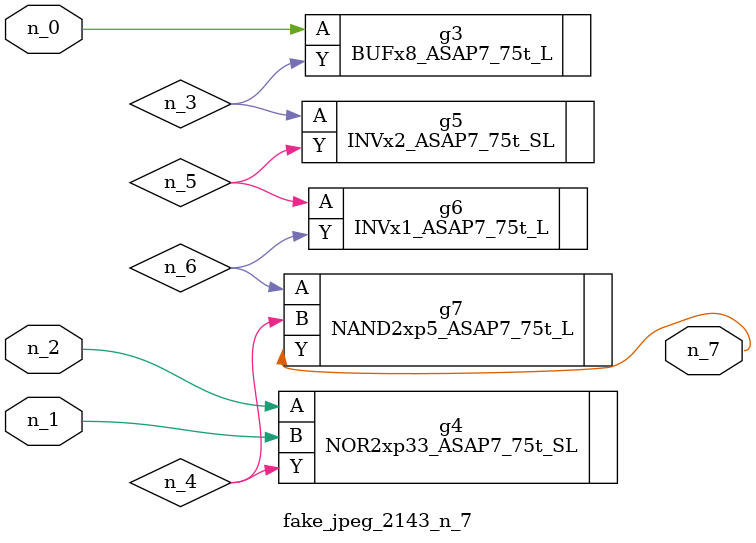
<source format=v>
module fake_jpeg_2143_n_7 (n_0, n_2, n_1, n_7);

input n_0;
input n_2;
input n_1;

output n_7;

wire n_3;
wire n_4;
wire n_6;
wire n_5;

BUFx8_ASAP7_75t_L g3 ( 
.A(n_0),
.Y(n_3)
);

NOR2xp33_ASAP7_75t_SL g4 ( 
.A(n_2),
.B(n_1),
.Y(n_4)
);

INVx2_ASAP7_75t_SL g5 ( 
.A(n_3),
.Y(n_5)
);

INVx1_ASAP7_75t_L g6 ( 
.A(n_5),
.Y(n_6)
);

NAND2xp5_ASAP7_75t_L g7 ( 
.A(n_6),
.B(n_4),
.Y(n_7)
);


endmodule
</source>
